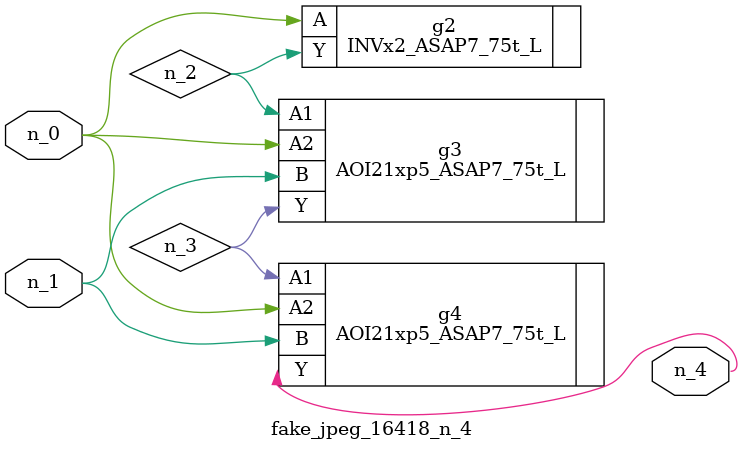
<source format=v>
module fake_jpeg_16418_n_4 (n_0, n_1, n_4);

input n_0;
input n_1;

output n_4;

wire n_2;
wire n_3;

INVx2_ASAP7_75t_L g2 ( 
.A(n_0),
.Y(n_2)
);

AOI21xp5_ASAP7_75t_L g3 ( 
.A1(n_2),
.A2(n_0),
.B(n_1),
.Y(n_3)
);

AOI21xp5_ASAP7_75t_L g4 ( 
.A1(n_3),
.A2(n_0),
.B(n_1),
.Y(n_4)
);


endmodule
</source>
